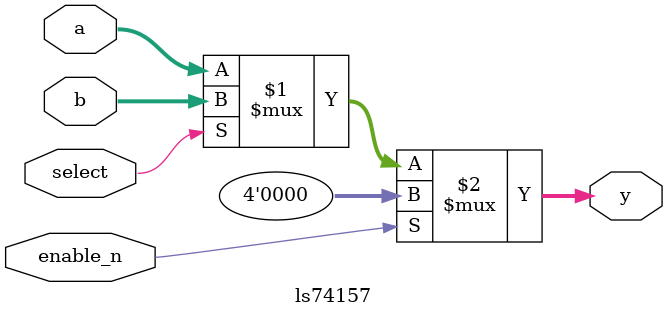
<source format=v>

module ls74157 (
    input [3:0] a,
    input [3:0] b,
    input select,
    input enable_n,
    output [3:0] y
);

    assign y = enable_n ? 4'b0000 : (select ? b : a);

endmodule

</source>
